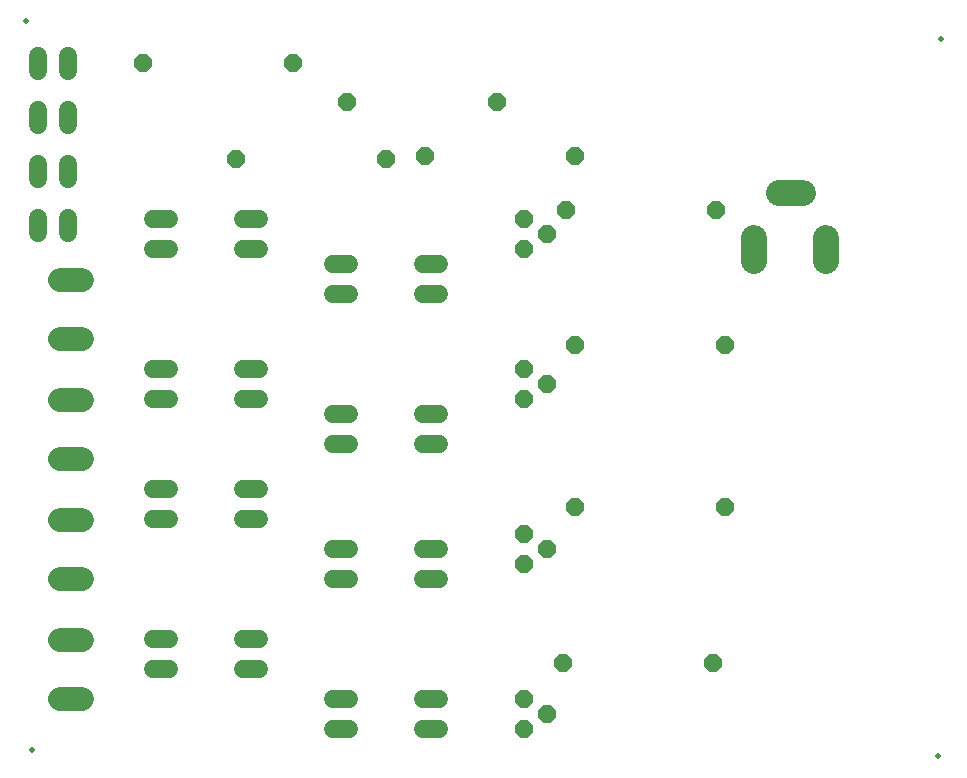
<source format=gbs>
G75*
%MOIN*%
%OFA0B0*%
%FSLAX25Y25*%
%IPPOS*%
%LPD*%
%AMOC8*
5,1,8,0,0,1.08239X$1,22.5*
%
%ADD10C,0.01981*%
%ADD11C,0.08674*%
%ADD12C,0.06000*%
%ADD13OC8,0.06000*%
%ADD14C,0.07850*%
D10*
X0037790Y0026186D03*
X0339790Y0024186D03*
X0340790Y0263186D03*
X0035790Y0269186D03*
D11*
X0278586Y0197123D02*
X0278586Y0189249D01*
X0302601Y0189249D02*
X0302601Y0197123D01*
X0294727Y0212084D02*
X0286853Y0212084D01*
D12*
X0173390Y0188186D02*
X0168190Y0188186D01*
X0168190Y0178186D02*
X0173390Y0178186D01*
X0143390Y0178186D02*
X0138190Y0178186D01*
X0138190Y0188186D02*
X0143390Y0188186D01*
X0113390Y0193186D02*
X0108190Y0193186D01*
X0108190Y0203186D02*
X0113390Y0203186D01*
X0083390Y0203186D02*
X0078190Y0203186D01*
X0078190Y0193186D02*
X0083390Y0193186D01*
X0049790Y0198586D02*
X0049790Y0203786D01*
X0039790Y0203786D02*
X0039790Y0198586D01*
X0039790Y0216586D02*
X0039790Y0221786D01*
X0049790Y0221786D02*
X0049790Y0216586D01*
X0049790Y0234586D02*
X0049790Y0239786D01*
X0039790Y0239786D02*
X0039790Y0234586D01*
X0039790Y0252586D02*
X0039790Y0257786D01*
X0049790Y0257786D02*
X0049790Y0252586D01*
X0078190Y0153186D02*
X0083390Y0153186D01*
X0083390Y0143186D02*
X0078190Y0143186D01*
X0108190Y0143186D02*
X0113390Y0143186D01*
X0113390Y0153186D02*
X0108190Y0153186D01*
X0138190Y0138186D02*
X0143390Y0138186D01*
X0143390Y0128186D02*
X0138190Y0128186D01*
X0113390Y0113186D02*
X0108190Y0113186D01*
X0108190Y0103186D02*
X0113390Y0103186D01*
X0138190Y0093186D02*
X0143390Y0093186D01*
X0143390Y0083186D02*
X0138190Y0083186D01*
X0113390Y0063186D02*
X0108190Y0063186D01*
X0108190Y0053186D02*
X0113390Y0053186D01*
X0138190Y0043186D02*
X0143390Y0043186D01*
X0143390Y0033186D02*
X0138190Y0033186D01*
X0168190Y0033186D02*
X0173390Y0033186D01*
X0173390Y0043186D02*
X0168190Y0043186D01*
X0168190Y0083186D02*
X0173390Y0083186D01*
X0173390Y0093186D02*
X0168190Y0093186D01*
X0168190Y0128186D02*
X0173390Y0128186D01*
X0173390Y0138186D02*
X0168190Y0138186D01*
X0083390Y0113186D02*
X0078190Y0113186D01*
X0078190Y0103186D02*
X0083390Y0103186D01*
X0083390Y0063186D02*
X0078190Y0063186D01*
X0078190Y0053186D02*
X0083390Y0053186D01*
D13*
X0201790Y0043186D03*
X0209290Y0038186D03*
X0201790Y0033186D03*
X0214790Y0055186D03*
X0201790Y0088186D03*
X0209290Y0093186D03*
X0201790Y0098186D03*
X0218790Y0107186D03*
X0201790Y0143186D03*
X0209290Y0148186D03*
X0201790Y0153186D03*
X0218790Y0161186D03*
X0201790Y0193186D03*
X0209290Y0198186D03*
X0201790Y0203186D03*
X0215790Y0206186D03*
X0218790Y0224186D03*
X0192790Y0242186D03*
X0168790Y0224186D03*
X0155790Y0223186D03*
X0142790Y0242186D03*
X0124790Y0255186D03*
X0105790Y0223186D03*
X0074790Y0255186D03*
X0265790Y0206186D03*
X0268790Y0161186D03*
X0268790Y0107186D03*
X0264790Y0055186D03*
D14*
X0054315Y0063029D02*
X0047265Y0063029D01*
X0047265Y0043344D02*
X0054315Y0043344D01*
X0054315Y0083344D02*
X0047265Y0083344D01*
X0047265Y0103029D02*
X0054315Y0103029D01*
X0054315Y0123344D02*
X0047265Y0123344D01*
X0047265Y0143029D02*
X0054315Y0143029D01*
X0054315Y0163344D02*
X0047265Y0163344D01*
X0047265Y0183029D02*
X0054315Y0183029D01*
M02*

</source>
